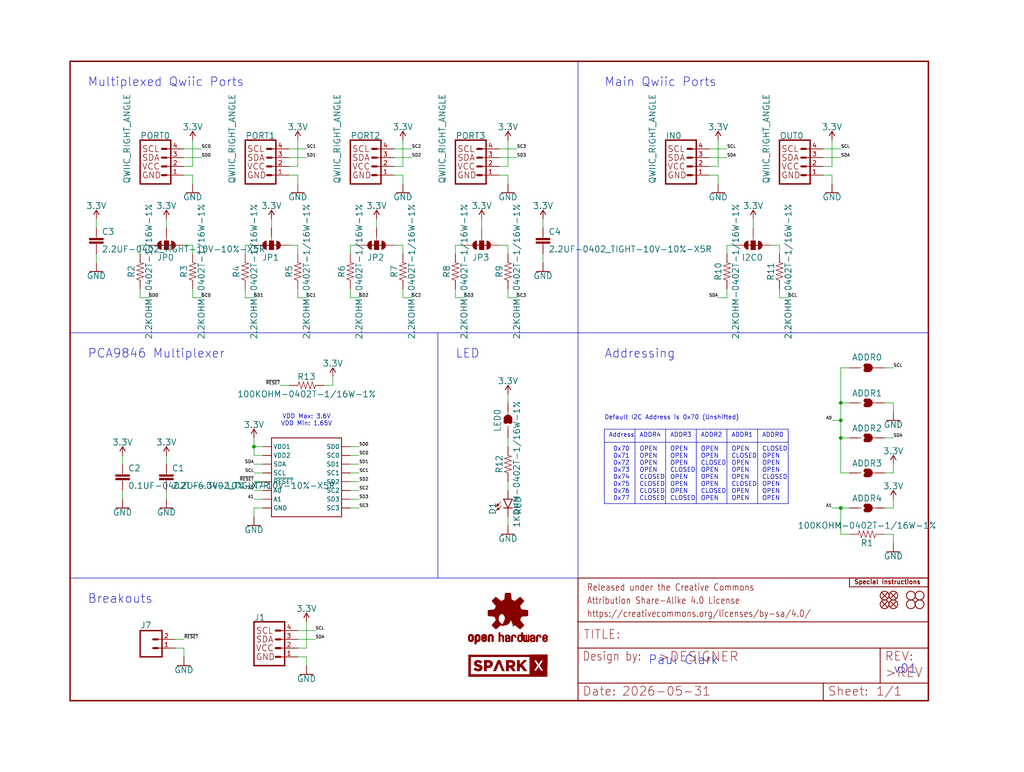
<source format=kicad_sch>
(kicad_sch (version 20230121) (generator eeschema)
  (paper "User" 297.002 223.926)
  (lib_symbols
    (symbol "working-eagle-import:0.1UF-0402T-6.3V-10%-X7R"
      (property "Reference" "C" (at 1.524 2.921 0))
      (symbol "0.1UF-0402T-6.3V-10%-X7R_1_0"
        (pin passive line (at 0 5.08 270) (length 2.54) (name "1") (number "1"))
        (pin passive line (at 0 -2.54 90) (length 2.54) (name "2") (number "2"))
      )
    )
    (symbol "working-eagle-import:100KOHM-0402T-1/16W-1%"
      (property "Reference" "R" (at 0 1.524 0))
      (symbol "100KOHM-0402T-1/16W-1%_1_0"
        (pin passive line (at -5.08 0 0) (length 2.54) (name "1") (number "1"))
        (pin passive line (at 5.08 0 180) (length 2.54) (name "2") (number "2"))
      )
    )
    (symbol "working-eagle-import:1KOHM-0402T-1/16W-1%"
      (property "Reference" "R" (at 0 1.524 0))
      (symbol "1KOHM-0402T-1/16W-1%_1_0"
        (pin passive line (at -5.08 0 0) (length 2.54) (name "1") (number "1"))
        (pin passive line (at 5.08 0 180) (length 2.54) (name "2") (number "2"))
      )
    )
    (symbol "working-eagle-import:2.2KOHM-0402T-1/16W-1%"
      (property "Reference" "R" (at 0 1.524 0))
      (symbol "2.2KOHM-0402T-1/16W-1%_1_0"
        (pin passive line (at -5.08 0 0) (length 2.54) (name "1") (number "1"))
        (pin passive line (at 5.08 0 180) (length 2.54) (name "2") (number "2"))
      )
    )
    (symbol "working-eagle-import:2.2UF-0402_TIGHT-10V-10%-X5R"
      (property "Reference" "C" (at 1.524 2.921 0))
      (symbol "2.2UF-0402_TIGHT-10V-10%-X5R_1_0"
        (pin passive line (at 0 5.08 270) (length 2.54) (name "1") (number "1"))
        (pin passive line (at 0 -2.54 90) (length 2.54) (name "2") (number "2"))
      )
    )
    (symbol "working-eagle-import:3.3V" (power)
      (property "Value" "3.3V" (at 0 2.794 0))
      (symbol "3.3V_1_0"
        (pin power_in line (at 0 0 90) (length 2.54) (name "3.3V") (number "1"))
      )
    )
    (symbol "working-eagle-import:CONN_021X02_NO_SILK"
      (property "Reference" "J" (at -2.54 5.588 0))
      (symbol "CONN_021X02_NO_SILK_1_0"
        (pin passive line (at 7.62 0 180) (length 5.08) (name "1") (number "1"))
        (pin passive line (at 7.62 2.54 180) (length 5.08) (name "2") (number "2"))
      )
    )
    (symbol "working-eagle-import:FIDUCIAL1X2")
    (symbol "working-eagle-import:FRAME-LETTER"
      (symbol "FRAME-LETTER_2_0"
        (text "${#}/${##}" (at 86.36 1.27 0) (effects (font (size 2.54 2.54)) (justify left bottom)))
        (text "${CURRENT_DATE}" (at 12.7 1.27 0) (effects (font (size 2.54 2.54)) (justify left bottom)))
        (text "${PROJECTNAME}" (at 15.494 17.78 0) (effects (font (size 2.7432 2.7432)) (justify left bottom)))
        (text ">DESIGNER" (at 23.114 11.176 0) (effects (font (size 2.7432 2.7432)) (justify left bottom)))
        (text ">REV" (at 88.9 6.604 0) (effects (font (size 2.7432 2.7432)) (justify left bottom)))
        (text "Attribution Share-Alike 4.0 License" (at 2.54 27.94 0) (effects (font (size 1.9304 1.6408)) (justify left bottom)))
        (text "Date:" (at 1.27 1.27 0) (effects (font (size 2.54 2.54)) (justify left bottom)))
        (text "Design by:" (at 1.27 11.43 0) (effects (font (size 2.54 2.159)) (justify left bottom)))
        (text "https://creativecommons.org/licenses/by-sa/4.0/" (at 2.54 24.13 0) (effects (font (size 1.9304 1.6408)) (justify left bottom)))
        (text "Released under the Creative Commons" (at 2.54 31.75 0) (effects (font (size 1.9304 1.6408)) (justify left bottom)))
        (text "REV:" (at 88.9 11.43 0) (effects (font (size 2.54 2.54)) (justify left bottom)))
        (text "Sheet:" (at 72.39 1.27 0) (effects (font (size 2.54 2.54)) (justify left bottom)))
        (text "TITLE:" (at 1.524 17.78 0) (effects (font (size 2.54 2.54)) (justify left bottom)))
      )
    )
    (symbol "working-eagle-import:GND" (power)
      (property "Value" "GND" (at 0 -0.254 0))
      (symbol "GND_1_0"
        (pin power_in line (at 0 2.54 270) (length 2.54) (name "GND") (number "1"))
      )
    )
    (symbol "working-eagle-import:I2C_STANDARD_NO_SILK"
      (property "Reference" "J" (at -5.08 7.874 0))
      (symbol "I2C_STANDARD_NO_SILK_1_0"
        (text "GND" (at -4.572 -2.54 0) (effects (font (size 1.778 1.778)) (justify left)))
        (text "SCL" (at -4.572 5.08 0) (effects (font (size 1.778 1.778)) (justify left)))
        (text "SDA" (at -4.572 2.54 0) (effects (font (size 1.778 1.778)) (justify left)))
        (text "VCC" (at -4.572 0 0) (effects (font (size 1.778 1.778)) (justify left)))
        (pin power_in line (at 7.62 -2.54 180) (length 5.08) (name "1") (number "1"))
        (pin power_in line (at 7.62 0 180) (length 5.08) (name "2") (number "2"))
        (pin passive line (at 7.62 2.54 180) (length 5.08) (name "3") (number "3"))
        (pin passive line (at 7.62 5.08 180) (length 5.08) (name "4") (number "4"))
      )
    )
    (symbol "working-eagle-import:JUMPER-SMT_2_NC_TRACE_SILK"
      (property "Reference" "JP" (at 0 3.048 0))
      (symbol "JUMPER-SMT_2_NC_TRACE_SILK_1_0"
        (pin passive line (at -5.08 0 0) (length 2.54) (name "1") (number "1"))
        (pin passive line (at 5.08 0 180) (length 2.54) (name "2") (number "2"))
      )
    )
    (symbol "working-eagle-import:JUMPER-SMT_2_NO_SILK"
      (property "Reference" "JP" (at 0 2.794 0))
      (symbol "JUMPER-SMT_2_NO_SILK_1_0"
        (pin passive line (at -5.08 0 0) (length 2.54) (name "1") (number "1"))
        (pin passive line (at 5.08 0 180) (length 2.54) (name "2") (number "2"))
      )
    )
    (symbol "working-eagle-import:JUMPER-SMT_3_2-NC_TRACE_SILK"
      (property "Reference" "JP" (at 6.096 1.524 0))
      (symbol "JUMPER-SMT_3_2-NC_TRACE_SILK_1_0"
        (pin passive line (at 0 5.08 270) (length 2.54) (name "1") (number "1"))
        (pin passive line (at -5.08 0 0) (length 2.54) (name "2") (number "2"))
        (pin passive line (at 0 -5.08 90) (length 2.54) (name "3") (number "3"))
      )
    )
    (symbol "working-eagle-import:LED-RED0603"
      (property "Reference" "D" (at -3.429 -4.572 90))
      (symbol "LED-RED0603_1_0"
        (pin passive line (at 0 2.54 270) (length 2.54) (name "A") (number "A"))
        (pin passive line (at 0 -5.08 90) (length 2.54) (name "C") (number "C"))
      )
    )
    (symbol "working-eagle-import:OSHW-LOGOMINI")
    (symbol "working-eagle-import:PCA9846"
      (symbol "PCA9846_1_0"
        (pin power_in line (at -12.7 7.62 0) (length 2.54) (name "VDD1") (number "1"))
        (pin bidirectional line (at 12.7 -5.08 180) (length 2.54) (name "SC2") (number "10"))
        (pin bidirectional line (at 12.7 -7.62 180) (length 2.54) (name "SD3") (number "11"))
        (pin bidirectional line (at 12.7 -10.16 180) (length 2.54) (name "SC3") (number "12"))
        (pin bidirectional line (at -12.7 -7.62 0) (length 2.54) (name "A1") (number "13"))
        (pin bidirectional line (at -12.7 0 0) (length 2.54) (name "SCL") (number "14"))
        (pin bidirectional line (at -12.7 2.54 0) (length 2.54) (name "SDA") (number "15"))
        (pin power_in line (at -12.7 5.08 0) (length 2.54) (name "VDD2") (number "16"))
        (pin bidirectional line (at -12.7 -5.08 0) (length 2.54) (name "A0") (number "2"))
        (pin input line (at -12.7 -2.54 0) (length 2.54) (name "~{RESET}") (number "3"))
        (pin bidirectional line (at 12.7 7.62 180) (length 2.54) (name "SD0") (number "4"))
        (pin bidirectional line (at 12.7 5.08 180) (length 2.54) (name "SC0") (number "5"))
        (pin bidirectional line (at 12.7 2.54 180) (length 2.54) (name "SD1") (number "6"))
        (pin bidirectional line (at 12.7 0 180) (length 2.54) (name "SC1") (number "7"))
        (pin power_in line (at -12.7 -10.16 0) (length 2.54) (name "GND") (number "8"))
        (pin bidirectional line (at 12.7 -2.54 180) (length 2.54) (name "SD2") (number "9"))
      )
    )
    (symbol "working-eagle-import:QWIIC_CONNECTORJS-1MM"
      (property "Reference" "J" (at -5.08 7.874 0))
      (symbol "QWIIC_CONNECTORJS-1MM_1_0"
        (text "GND" (at -4.572 -2.54 0) (effects (font (size 1.778 1.778)) (justify left)))
        (text "SCL" (at -4.572 5.08 0) (effects (font (size 1.778 1.778)) (justify left)))
        (text "SDA" (at -4.572 2.54 0) (effects (font (size 1.778 1.778)) (justify left)))
        (text "VCC" (at -4.572 0 0) (effects (font (size 1.778 1.778)) (justify left)))
        (pin power_in line (at 7.62 -2.54 180) (length 5.08) (name "1") (number "1"))
        (pin power_in line (at 7.62 0 180) (length 5.08) (name "2") (number "2"))
        (pin passive line (at 7.62 2.54 180) (length 5.08) (name "3") (number "3"))
        (pin passive line (at 7.62 5.08 180) (length 5.08) (name "4") (number "4"))
      )
    )
    (symbol "working-eagle-import:SPARKX-LOGO3")
    (symbol "working-eagle-import:SPECIAL_INSTRUCTIONS-ORDERING"
      (symbol "SPECIAL_INSTRUCTIONS-ORDERING_1_0"
        (text "Special Instructions" (at 1.27 0.6985 0) (effects (font (size 1.27 1.27) (thickness 0.254) bold) (justify left bottom)))
      )
    )
    (symbol "working-eagle-import:STAND-OFF")
  )
  (junction (at 243.84 147.32))
  (junction (at 243.84 116.84))
  (junction (at 243.84 121.92))
  (junction (at 73.66 129.54))
  (junction (at 243.84 127))
  (wire (pts (xy 101.6 134.62) (xy 104.14 134.62)) (stroke (width 0.1524)))
  (polyline (pts (xy 127 167.64) (xy 167.64 167.64)) (stroke (width 0.1524) (type solid)))
  (wire (pts (xy 83.82 111.76) (xy 81.28 111.76)) (stroke (width 0.1524)))
  (wire (pts (xy 134.62 71.12) (xy 132.08 71.12)) (stroke (width 0.1524)))
  (wire (pts (xy 243.84 127) (xy 246.38 127)) (stroke (width 0.1524)))
  (wire (pts (xy 109.22 63.5) (xy 109.22 66.04)) (stroke (width 0.1524)))
  (polyline (pts (xy 219.71 124.46) (xy 219.71 146.05)) (stroke (width 0.1524) (type solid)))
  (wire (pts (xy 243.84 106.68) (xy 243.84 116.84)) (stroke (width 0.1524)))
  (wire (pts (xy 78.74 63.5) (xy 78.74 66.04)) (stroke (width 0.1524)))
  (wire (pts (xy 48.26 63.5) (xy 48.26 66.04)) (stroke (width 0.1524)))
  (wire (pts (xy 101.6 144.78) (xy 104.14 144.78)) (stroke (width 0.1524)))
  (wire (pts (xy 226.06 83.82) (xy 226.06 86.36)) (stroke (width 0.1524)))
  (wire (pts (xy 83.82 71.12) (xy 86.36 71.12)) (stroke (width 0.1524)))
  (wire (pts (xy 76.2 139.7) (xy 73.66 139.7)) (stroke (width 0.1524)))
  (polyline (pts (xy 175.26 124.46) (xy 175.26 128.27)) (stroke (width 0.1524) (type solid)))
  (wire (pts (xy 88.9 190.5) (xy 88.9 193.04)) (stroke (width 0.1524)))
  (polyline (pts (xy 184.15 124.46) (xy 184.15 146.05)) (stroke (width 0.1524) (type solid)))
  (wire (pts (xy 53.34 43.18) (xy 58.42 43.18)) (stroke (width 0.1524)))
  (wire (pts (xy 157.48 76.2) (xy 157.48 73.66)) (stroke (width 0.1524)))
  (wire (pts (xy 86.36 182.88) (xy 91.44 182.88)) (stroke (width 0.1524)))
  (wire (pts (xy 86.36 86.36) (xy 88.9 86.36)) (stroke (width 0.1524)))
  (wire (pts (xy 50.8 185.42) (xy 53.34 185.42)) (stroke (width 0.1524)))
  (wire (pts (xy 55.88 50.8) (xy 55.88 53.34)) (stroke (width 0.1524)))
  (wire (pts (xy 76.2 134.62) (xy 73.66 134.62)) (stroke (width 0.1524)))
  (wire (pts (xy 76.2 142.24) (xy 73.66 142.24)) (stroke (width 0.1524)))
  (polyline (pts (xy 201.93 124.46) (xy 210.82 124.46)) (stroke (width 0.1524) (type solid)))
  (wire (pts (xy 226.06 86.36) (xy 228.6 86.36)) (stroke (width 0.1524)))
  (wire (pts (xy 210.82 83.82) (xy 210.82 86.36)) (stroke (width 0.1524)))
  (wire (pts (xy 243.84 121.92) (xy 241.3 121.92)) (stroke (width 0.1524)))
  (wire (pts (xy 101.6 71.12) (xy 101.6 73.66)) (stroke (width 0.1524)))
  (wire (pts (xy 256.54 116.84) (xy 259.08 116.84)) (stroke (width 0.1524)))
  (wire (pts (xy 27.94 66.04) (xy 27.94 63.5)) (stroke (width 0.1524)))
  (polyline (pts (xy 127 96.52) (xy 167.64 96.52)) (stroke (width 0.1524) (type solid)))
  (wire (pts (xy 101.6 142.24) (xy 104.14 142.24)) (stroke (width 0.1524)))
  (wire (pts (xy 116.84 71.12) (xy 116.84 73.66)) (stroke (width 0.1524)))
  (wire (pts (xy 238.76 45.72) (xy 243.84 45.72)) (stroke (width 0.1524)))
  (wire (pts (xy 246.38 137.16) (xy 243.84 137.16)) (stroke (width 0.1524)))
  (wire (pts (xy 35.56 134.62) (xy 35.56 132.08)) (stroke (width 0.1524)))
  (wire (pts (xy 73.66 71.12) (xy 71.12 71.12)) (stroke (width 0.1524)))
  (wire (pts (xy 223.52 71.12) (xy 226.06 71.12)) (stroke (width 0.1524)))
  (wire (pts (xy 83.82 43.18) (xy 88.9 43.18)) (stroke (width 0.1524)))
  (wire (pts (xy 147.32 139.7) (xy 147.32 142.24)) (stroke (width 0.1524)))
  (wire (pts (xy 205.74 50.8) (xy 208.28 50.8)) (stroke (width 0.1524)))
  (wire (pts (xy 238.76 48.26) (xy 241.3 48.26)) (stroke (width 0.1524)))
  (wire (pts (xy 114.3 45.72) (xy 119.38 45.72)) (stroke (width 0.1524)))
  (wire (pts (xy 73.66 147.32) (xy 73.66 149.86)) (stroke (width 0.1524)))
  (wire (pts (xy 243.84 137.16) (xy 243.84 127)) (stroke (width 0.1524)))
  (wire (pts (xy 101.6 86.36) (xy 104.14 86.36)) (stroke (width 0.1524)))
  (wire (pts (xy 144.78 48.26) (xy 147.32 48.26)) (stroke (width 0.1524)))
  (polyline (pts (xy 184.15 124.46) (xy 193.04 124.46)) (stroke (width 0.1524) (type solid)))
  (wire (pts (xy 147.32 83.82) (xy 147.32 86.36)) (stroke (width 0.1524)))
  (wire (pts (xy 53.34 50.8) (xy 55.88 50.8)) (stroke (width 0.1524)))
  (wire (pts (xy 256.54 106.68) (xy 259.08 106.68)) (stroke (width 0.1524)))
  (wire (pts (xy 218.44 63.5) (xy 218.44 66.04)) (stroke (width 0.1524)))
  (wire (pts (xy 101.6 147.32) (xy 104.14 147.32)) (stroke (width 0.1524)))
  (wire (pts (xy 246.38 106.68) (xy 243.84 106.68)) (stroke (width 0.1524)))
  (wire (pts (xy 246.38 154.94) (xy 243.84 154.94)) (stroke (width 0.1524)))
  (wire (pts (xy 40.64 86.36) (xy 43.18 86.36)) (stroke (width 0.1524)))
  (wire (pts (xy 114.3 48.26) (xy 116.84 48.26)) (stroke (width 0.1524)))
  (wire (pts (xy 259.08 116.84) (xy 259.08 119.38)) (stroke (width 0.1524)))
  (polyline (pts (xy 210.82 124.46) (xy 210.82 146.05)) (stroke (width 0.1524) (type solid)))
  (wire (pts (xy 116.84 86.36) (xy 119.38 86.36)) (stroke (width 0.1524)))
  (wire (pts (xy 55.88 86.36) (xy 58.42 86.36)) (stroke (width 0.1524)))
  (wire (pts (xy 76.2 132.08) (xy 73.66 132.08)) (stroke (width 0.1524)))
  (wire (pts (xy 132.08 83.82) (xy 132.08 86.36)) (stroke (width 0.1524)))
  (polyline (pts (xy 20.32 167.64) (xy 127 167.64)) (stroke (width 0.1524) (type solid)))
  (polyline (pts (xy 167.64 96.52) (xy 167.64 167.64)) (stroke (width 0.1524) (type solid)))
  (wire (pts (xy 147.32 71.12) (xy 147.32 73.66)) (stroke (width 0.1524)))
  (wire (pts (xy 144.78 50.8) (xy 147.32 50.8)) (stroke (width 0.1524)))
  (wire (pts (xy 116.84 48.26) (xy 116.84 40.64)) (stroke (width 0.1524)))
  (wire (pts (xy 83.82 45.72) (xy 88.9 45.72)) (stroke (width 0.1524)))
  (wire (pts (xy 53.34 48.26) (xy 55.88 48.26)) (stroke (width 0.1524)))
  (wire (pts (xy 243.84 116.84) (xy 243.84 121.92)) (stroke (width 0.1524)))
  (wire (pts (xy 71.12 83.82) (xy 71.12 86.36)) (stroke (width 0.1524)))
  (wire (pts (xy 86.36 50.8) (xy 86.36 53.34)) (stroke (width 0.1524)))
  (wire (pts (xy 55.88 71.12) (xy 55.88 73.66)) (stroke (width 0.1524)))
  (wire (pts (xy 259.08 147.32) (xy 259.08 144.78)) (stroke (width 0.1524)))
  (polyline (pts (xy 228.6 146.05) (xy 175.26 146.05)) (stroke (width 0.1524) (type solid)))
  (wire (pts (xy 76.2 147.32) (xy 73.66 147.32)) (stroke (width 0.1524)))
  (polyline (pts (xy 193.04 124.46) (xy 193.04 146.05)) (stroke (width 0.1524) (type solid)))
  (wire (pts (xy 208.28 48.26) (xy 208.28 40.64)) (stroke (width 0.1524)))
  (wire (pts (xy 147.32 86.36) (xy 149.86 86.36)) (stroke (width 0.1524)))
  (wire (pts (xy 246.38 116.84) (xy 243.84 116.84)) (stroke (width 0.1524)))
  (wire (pts (xy 132.08 86.36) (xy 134.62 86.36)) (stroke (width 0.1524)))
  (wire (pts (xy 208.28 50.8) (xy 208.28 53.34)) (stroke (width 0.1524)))
  (wire (pts (xy 241.3 48.26) (xy 241.3 40.64)) (stroke (width 0.1524)))
  (polyline (pts (xy 127 96.52) (xy 127 167.64)) (stroke (width 0.1524) (type solid)))
  (polyline (pts (xy 167.64 17.78) (xy 167.64 96.52)) (stroke (width 0.1524) (type solid)))
  (wire (pts (xy 86.36 48.26) (xy 86.36 40.64)) (stroke (width 0.1524)))
  (wire (pts (xy 256.54 137.16) (xy 259.08 137.16)) (stroke (width 0.1524)))
  (wire (pts (xy 147.32 50.8) (xy 147.32 53.34)) (stroke (width 0.1524)))
  (wire (pts (xy 238.76 50.8) (xy 241.3 50.8)) (stroke (width 0.1524)))
  (polyline (pts (xy 193.04 124.46) (xy 201.93 124.46)) (stroke (width 0.1524) (type solid)))
  (wire (pts (xy 259.08 137.16) (xy 259.08 134.62)) (stroke (width 0.1524)))
  (wire (pts (xy 50.8 187.96) (xy 53.34 187.96)) (stroke (width 0.1524)))
  (wire (pts (xy 76.2 129.54) (xy 73.66 129.54)) (stroke (width 0.1524)))
  (wire (pts (xy 147.32 127) (xy 147.32 129.54)) (stroke (width 0.1524)))
  (wire (pts (xy 238.76 43.18) (xy 243.84 43.18)) (stroke (width 0.1524)))
  (polyline (pts (xy 175.26 128.27) (xy 228.6 128.27)) (stroke (width 0.1524) (type solid)))
  (wire (pts (xy 71.12 86.36) (xy 73.66 86.36)) (stroke (width 0.1524)))
  (wire (pts (xy 205.74 45.72) (xy 210.82 45.72)) (stroke (width 0.1524)))
  (wire (pts (xy 76.2 144.78) (xy 73.66 144.78)) (stroke (width 0.1524)))
  (wire (pts (xy 101.6 83.82) (xy 101.6 86.36)) (stroke (width 0.1524)))
  (wire (pts (xy 101.6 137.16) (xy 104.14 137.16)) (stroke (width 0.1524)))
  (wire (pts (xy 256.54 127) (xy 259.08 127)) (stroke (width 0.1524)))
  (wire (pts (xy 96.52 111.76) (xy 96.52 109.22)) (stroke (width 0.1524)))
  (wire (pts (xy 86.36 83.82) (xy 86.36 86.36)) (stroke (width 0.1524)))
  (wire (pts (xy 241.3 50.8) (xy 241.3 53.34)) (stroke (width 0.1524)))
  (wire (pts (xy 259.08 154.94) (xy 259.08 157.48)) (stroke (width 0.1524)))
  (wire (pts (xy 83.82 48.26) (xy 86.36 48.26)) (stroke (width 0.1524)))
  (wire (pts (xy 53.34 45.72) (xy 58.42 45.72)) (stroke (width 0.1524)))
  (wire (pts (xy 210.82 71.12) (xy 210.82 73.66)) (stroke (width 0.1524)))
  (wire (pts (xy 55.88 83.82) (xy 55.88 86.36)) (stroke (width 0.1524)))
  (polyline (pts (xy 219.71 124.46) (xy 228.6 124.46)) (stroke (width 0.1524) (type solid)))
  (wire (pts (xy 205.74 43.18) (xy 210.82 43.18)) (stroke (width 0.1524)))
  (wire (pts (xy 243.84 154.94) (xy 243.84 147.32)) (stroke (width 0.1524)))
  (wire (pts (xy 48.26 144.78) (xy 48.26 142.24)) (stroke (width 0.1524)))
  (wire (pts (xy 210.82 86.36) (xy 208.28 86.36)) (stroke (width 0.1524)))
  (wire (pts (xy 205.74 48.26) (xy 208.28 48.26)) (stroke (width 0.1524)))
  (wire (pts (xy 71.12 71.12) (xy 71.12 73.66)) (stroke (width 0.1524)))
  (wire (pts (xy 139.7 63.5) (xy 139.7 66.04)) (stroke (width 0.1524)))
  (wire (pts (xy 93.98 111.76) (xy 96.52 111.76)) (stroke (width 0.1524)))
  (polyline (pts (xy 167.64 96.52) (xy 269.24 96.52)) (stroke (width 0.1524) (type solid)))
  (wire (pts (xy 147.32 114.3) (xy 147.32 116.84)) (stroke (width 0.1524)))
  (wire (pts (xy 27.94 76.2) (xy 27.94 73.66)) (stroke (width 0.1524)))
  (polyline (pts (xy 228.6 124.46) (xy 228.6 128.27)) (stroke (width 0.1524) (type solid)))
  (polyline (pts (xy 175.26 124.46) (xy 184.15 124.46)) (stroke (width 0.1524) (type solid)))
  (wire (pts (xy 86.36 187.96) (xy 88.9 187.96)) (stroke (width 0.1524)))
  (wire (pts (xy 40.64 71.12) (xy 40.64 73.66)) (stroke (width 0.1524)))
  (wire (pts (xy 147.32 149.86) (xy 147.32 152.4)) (stroke (width 0.1524)))
  (wire (pts (xy 213.36 71.12) (xy 210.82 71.12)) (stroke (width 0.1524)))
  (wire (pts (xy 116.84 83.82) (xy 116.84 86.36)) (stroke (width 0.1524)))
  (wire (pts (xy 53.34 71.12) (xy 55.88 71.12)) (stroke (width 0.1524)))
  (wire (pts (xy 226.06 71.12) (xy 226.06 73.66)) (stroke (width 0.1524)))
  (wire (pts (xy 40.64 83.82) (xy 40.64 86.36)) (stroke (width 0.1524)))
  (wire (pts (xy 256.54 147.32) (xy 259.08 147.32)) (stroke (width 0.1524)))
  (wire (pts (xy 246.38 147.32) (xy 243.84 147.32)) (stroke (width 0.1524)))
  (polyline (pts (xy 210.82 124.46) (xy 219.71 124.46)) (stroke (width 0.1524) (type solid)))
  (wire (pts (xy 101.6 129.54) (xy 104.14 129.54)) (stroke (width 0.1524)))
  (wire (pts (xy 48.26 134.62) (xy 48.26 132.08)) (stroke (width 0.1524)))
  (wire (pts (xy 256.54 154.94) (xy 259.08 154.94)) (stroke (width 0.1524)))
  (wire (pts (xy 144.78 45.72) (xy 149.86 45.72)) (stroke (width 0.1524)))
  (polyline (pts (xy 20.32 96.52) (xy 127 96.52)) (stroke (width 0.1524) (type solid)))
  (wire (pts (xy 73.66 132.08) (xy 73.66 129.54)) (stroke (width 0.1524)))
  (wire (pts (xy 43.18 71.12) (xy 40.64 71.12)) (stroke (width 0.1524)))
  (wire (pts (xy 114.3 43.18) (xy 119.38 43.18)) (stroke (width 0.1524)))
  (wire (pts (xy 147.32 48.26) (xy 147.32 40.64)) (stroke (width 0.1524)))
  (wire (pts (xy 53.34 187.96) (xy 53.34 190.5)) (stroke (width 0.1524)))
  (wire (pts (xy 144.78 71.12) (xy 147.32 71.12)) (stroke (width 0.1524)))
  (wire (pts (xy 132.08 71.12) (xy 132.08 73.66)) (stroke (width 0.1524)))
  (wire (pts (xy 243.84 147.32) (xy 241.3 147.32)) (stroke (width 0.1524)))
  (wire (pts (xy 116.84 50.8) (xy 116.84 53.34)) (stroke (width 0.1524)))
  (wire (pts (xy 114.3 50.8) (xy 116.84 50.8)) (stroke (width 0.1524)))
  (wire (pts (xy 114.3 71.12) (xy 116.84 71.12)) (stroke (width 0.1524)))
  (wire (pts (xy 86.36 71.12) (xy 86.36 73.66)) (stroke (width 0.1524)))
  (wire (pts (xy 101.6 132.08) (xy 104.14 132.08)) (stroke (width 0.1524)))
  (wire (pts (xy 76.2 137.16) (xy 73.66 137.16)) (stroke (width 0.1524)))
  (wire (pts (xy 86.36 185.42) (xy 91.44 185.42)) (stroke (width 0.1524)))
  (wire (pts (xy 243.84 121.92) (xy 243.84 127)) (stroke (width 0.1524)))
  (wire (pts (xy 83.82 50.8) (xy 86.36 50.8)) (stroke (width 0.1524)))
  (polyline (pts (xy 175.26 128.27) (xy 175.26 146.05)) (stroke (width 0.1524) (type solid)))
  (wire (pts (xy 157.48 66.04) (xy 157.48 63.5)) (stroke (width 0.1524)))
  (polyline (pts (xy 228.6 128.27) (xy 228.6 146.05)) (stroke (width 0.1524) (type solid)))
  (polyline (pts (xy 201.93 124.46) (xy 201.93 146.05)) (stroke (width 0.1524) (type solid)))
  (wire (pts (xy 86.36 190.5) (xy 88.9 190.5)) (stroke (width 0.1524)))
  (wire (pts (xy 35.56 142.24) (xy 35.56 144.78)) (stroke (width 0.1524)))
  (wire (pts (xy 73.66 129.54) (xy 73.66 127)) (stroke (width 0.1524)))
  (wire (pts (xy 144.78 43.18) (xy 149.86 43.18)) (stroke (width 0.1524)))
  (wire (pts (xy 88.9 187.96) (xy 88.9 180.34)) (stroke (width 0.1524)))
  (wire (pts (xy 104.14 71.12) (xy 101.6 71.12)) (stroke (width 0.1524)))
  (wire (pts (xy 101.6 139.7) (xy 104.14 139.7)) (stroke (width 0.1524)))
  (wire (pts (xy 55.88 48.26) (xy 55.88 40.64)) (stroke (width 0.1524)))
  (text "PCA9846 Multiplexer" (at 25.4 104.14 0) (effects (font (size 2.54 2.54)) (justify left bottom)))
  (text "Paul Clark" (at 187.96 193.04 0) (effects (font (size 2.54 2.54)) (justify left bottom)))
  (text "Breakouts" (at 25.4 175.26 0) (effects (font (size 2.54 2.54)) (justify left bottom)))
  (text "LED" (at 132.08 104.14 0) (effects (font (size 2.54 2.54)) (justify left bottom)))
  (text "OPEN\nOPEN\nOPEN\nOPEN\nCLOSED\nCLOSED\nCLOSED\nCLOSED" (at 185.42 129.54 0) (effects (font (size 1.27 1.27)) (justify left top)))
  (text "0x70\n0x71\n0x72\n0x73\n0x74\n0x75\n0x76\n0x77" (at 177.8 129.54 0) (effects (font (size 1.27 1.27)) (justify left top)))
  (text "Main Qwiic Ports" (at 175.26 25.4 0) (effects (font (size 2.54 2.54)) (justify left bottom)))
  (text "OPEN\nOPEN\nCLOSED\nOPEN\nOPEN\nOPEN\nCLOSED\nOPEN" (at 203.2 129.54 0) (effects (font (size 1.27 1.27)) (justify left top)))
  (text "ADDR2" (at 203.2 127 0) (effects (font (size 1.27 1.27)) (justify left bottom)))
  (text "Default I2C Address is 0x70 (Unshifted)" (at 175.26 121.92 0) (effects (font (size 1.27 1.27)) (justify left bottom)))
  (text "Addressing" (at 175.26 104.14 0) (effects (font (size 2.54 2.54)) (justify left bottom)))
  (text "OPEN\nCLOSED\nOPEN\nOPEN\nOPEN\nCLOSED\nOPEN\nOPEN" (at 212.09 129.54 0) (effects (font (size 1.27 1.27)) (justify left top)))
  (text "ADDR0" (at 220.98 127 0) (effects (font (size 1.27 1.27)) (justify left bottom)))
  (text "v01" (at 259.08 195.58 0) (effects (font (size 2.54 2.54)) (justify left bottom)))
  (text "Address" (at 176.53 127 0) (effects (font (size 1.27 1.27)) (justify left bottom)))
  (text "ADDR4" (at 185.42 127 0) (effects (font (size 1.27 1.27)) (justify left bottom)))
  (text "CLOSED\nOPEN\nOPEN\nOPEN\nCLOSED\nOPEN\nOPEN\nOPEN" (at 220.98 129.54 0) (effects (font (size 1.27 1.27)) (justify left top)))
  (text "ADDR1" (at 212.09 127 0) (effects (font (size 1.27 1.27)) (justify left bottom)))
  (text "Multiplexed Qwiic Ports" (at 25.4 25.4 0) (effects (font (size 2.54 2.54)) (justify left bottom)))
  (text "ADDR3" (at 194.31 127 0) (effects (font (size 1.27 1.27)) (justify left bottom)))
  (text "VDD Max: 3.6V\nVDD Min: 1.65V" (at 88.9 121.92 0) (effects (font (size 1.27 1.27))))
  (text "OPEN\nOPEN\nOPEN\nCLOSED\nOPEN\nOPEN\nOPEN\nCLOSED" (at 194.31 129.54 0) (effects (font (size 1.27 1.27)) (justify left top)))
  (label "SD1" (at 88.9 45.72 0) (effects (font (size 0.889 0.889))))
  (label "SD3" (at 134.62 86.36 0) (effects (font (size 0.889 0.889))))
  (label "SC2" (at 104.14 142.24 0) (effects (font (size 0.889 0.889))))
  (label "SD3" (at 104.14 144.78 0) (effects (font (size 0.889 0.889))))
  (label "SC1" (at 88.9 43.18 0) (effects (font (size 0.889 0.889))))
  (label "SCL" (at 228.6 86.36 0) (effects (font (size 0.889 0.889))))
  (label "A0" (at 73.66 142.24 180) (effects (font (size 0.889 0.889))))
  (label "SDA" (at 210.82 45.72 0) (effects (font (size 0.889 0.889))))
  (label "SC0" (at 104.14 132.08 0) (effects (font (size 0.889 0.889))))
  (label "SCL" (at 243.84 43.18 0) (effects (font (size 0.889 0.889))))
  (label "SDA" (at 208.28 86.36 180) (effects (font (size 0.889 0.889))))
  (label "SD0" (at 104.14 129.54 0) (effects (font (size 0.889 0.889))))
  (label "SDA" (at 91.44 185.42 0) (effects (font (size 0.889 0.889))))
  (label "~{RESET}" (at 53.34 185.42 0) (effects (font (size 0.889 0.889))))
  (label "SD0" (at 43.18 86.36 0) (effects (font (size 0.889 0.889))))
  (label "SD1" (at 73.66 86.36 0) (effects (font (size 0.889 0.889))))
  (label "SCL" (at 210.82 43.18 0) (effects (font (size 0.889 0.889))))
  (label "SC3" (at 149.86 86.36 0) (effects (font (size 0.889 0.889))))
  (label "~{RESET}" (at 81.28 111.76 180) (effects (font (size 0.889 0.889))))
  (label "SD2" (at 119.38 45.72 0) (effects (font (size 0.889 0.889))))
  (label "SC0" (at 58.42 86.36 0) (effects (font (size 0.889 0.889))))
  (label "SCL" (at 259.08 106.68 0) (effects (font (size 0.889 0.889))))
  (label "A0" (at 241.3 121.92 180) (effects (font (size 0.889 0.889))))
  (label "SD2" (at 104.14 86.36 0) (effects (font (size 0.889 0.889))))
  (label "SC2" (at 119.38 43.18 0) (effects (font (size 0.889 0.889))))
  (label "SC3" (at 149.86 43.18 0) (effects (font (size 0.889 0.889))))
  (label "A1" (at 241.3 147.32 180) (effects (font (size 0.889 0.889))))
  (label "SC3" (at 104.14 147.32 0) (effects (font (size 0.889 0.889))))
  (label "SDA" (at 259.08 127 0) (effects (font (size 0.889 0.889))))
  (label "~{RESET}" (at 73.66 139.7 180) (effects (font (size 0.889 0.889))))
  (label "SDA" (at 73.66 134.62 180) (effects (font (size 0.889 0.889))))
  (label "SCL" (at 73.66 137.16 180) (effects (font (size 0.889 0.889))))
  (label "A1" (at 73.66 144.78 180) (effects (font (size 0.889 0.889))))
  (label "SD1" (at 104.14 134.62 0) (effects (font (size 0.889 0.889))))
  (label "SC0" (at 58.42 43.18 0) (effects (font (size 0.889 0.889))))
  (label "SC1" (at 104.14 137.16 0) (effects (font (size 0.889 0.889))))
  (label "SC2" (at 119.38 86.36 0) (effects (font (size 0.889 0.889))))
  (label "SC1" (at 88.9 86.36 0) (effects (font (size 0.889 0.889))))
  (label "SDA" (at 243.84 45.72 0) (effects (font (size 0.889 0.889))))
  (label "SD0" (at 58.42 45.72 0) (effects (font (size 0.889 0.889))))
  (label "SD3" (at 149.86 45.72 0) (effects (font (size 0.889 0.889))))
  (label "SCL" (at 91.44 182.88 0) (effects (font (size 0.889 0.889))))
  (label "SD2" (at 104.14 139.7 0) (effects (font (size 0.889 0.889))))
  (symbol (lib_id "working-eagle-import:3.3V") (at 96.52 109.22 0) (unit 1)
    (property "Reference" "#SUPPLY21" (effects hide))
    (property "Value" "3.3V" (at 96.52 106.426 0) (effects (font (size 1.778 1.778)) (justify bottom)))
  )
  (symbol (lib_id "working-eagle-import:2.2UF-0402_TIGHT-10V-10%-X5R") (at 157.48 71.12 0) (unit 1)
    (property "Reference" "C4" (at 159.004 68.199 0) (effects (font (size 1.778 1.778)) (justify left bottom)))
    (property "Value" "2.2UF-0402_TIGHT-10V-10%-X5R" (at 159.004 73.279 0) (effects (font (size 1.778 1.778)) (justify left bottom)))
    (property "Footprint" "working:0402-TIGHT" (effects hide))
  )
  (symbol (lib_id "working-eagle-import:JUMPER-SMT_2_NO_SILK") (at 251.46 137.16 0) (unit 1)
    (property "Reference" "ADDR3" (at 251.46 134.366 0) (effects (font (size 1.778 1.778))))
    (property "Value" "JUMPER-SMT_2_NO_SILK" (effects hide))
    (property "Footprint" "working:SMT-JUMPER_2_NO_SILK" (effects hide))
  )
  (symbol (lib_id "working-eagle-import:QWIIC_CONNECTORJS-1MM") (at 76.2 48.26 0) (unit 1)
    (property "Reference" "PORT1" (at 71.12 40.386 0) (effects (font (size 1.778 1.778)) (justify left bottom)))
    (property "Value" "QWIIC_RIGHT_ANGLE" (at 66.294 53.34 90) (effects (font (size 1.778 1.778)) (justify left top)))
    (property "Footprint" "working:JST04_1MM_RA" (effects hide))
  )
  (symbol (lib_id "working-eagle-import:GND") (at 147.32 55.88 0) (unit 1)
    (property "Reference" "#GND5" (effects hide))
    (property "Value" "GND" (at 147.32 56.134 0) (effects (font (size 1.778 1.778)) (justify top)))
  )
  (symbol (lib_id "working-eagle-import:3.3V") (at 27.94 63.5 0) (unit 1)
    (property "Reference" "#SUPPLY18" (effects hide))
    (property "Value" "3.3V" (at 27.94 60.706 0) (effects (font (size 1.778 1.778)) (justify bottom)))
  )
  (symbol (lib_id "working-eagle-import:3.3V") (at 86.36 40.64 0) (unit 1)
    (property "Reference" "#SUPPLY2" (effects hide))
    (property "Value" "3.3V" (at 86.36 37.846 0) (effects (font (size 1.778 1.778)) (justify bottom)))
  )
  (symbol (lib_id "working-eagle-import:3.3V") (at 55.88 40.64 0) (unit 1)
    (property "Reference" "#SUPPLY1" (effects hide))
    (property "Value" "3.3V" (at 55.88 37.846 0) (effects (font (size 1.778 1.778)) (justify bottom)))
  )
  (symbol (lib_id "working-eagle-import:FIDUCIAL1X2") (at 259.08 175.26 0) (unit 1)
    (property "Reference" "FD2" (effects hide))
    (property "Value" "FIDUCIAL1X2" (effects hide))
    (property "Footprint" "working:FIDUCIAL-1X2" (effects hide))
  )
  (symbol (lib_id "working-eagle-import:JUMPER-SMT_2_NO_SILK") (at 251.46 147.32 0) (unit 1)
    (property "Reference" "ADDR4" (at 251.46 144.526 0) (effects (font (size 1.778 1.778))))
    (property "Value" "JUMPER-SMT_2_NO_SILK" (effects hide))
    (property "Footprint" "working:SMT-JUMPER_2_NO_SILK" (effects hide))
  )
  (symbol (lib_id "working-eagle-import:OSHW-LOGOMINI") (at 147.32 177.8 0) (unit 1)
    (property "Reference" "LOGO4" (effects hide))
    (property "Value" "OSHW-LOGOMINI" (effects hide))
    (property "Footprint" "working:OSHW-LOGO-MINI" (effects hide))
  )
  (symbol (lib_id "working-eagle-import:2.2KOHM-0402T-1/16W-1%") (at 116.84 78.74 90) (unit 1)
    (property "Reference" "R7" (at 115.316 78.74 0) (effects (font (size 1.778 1.778)) (justify bottom)))
    (property "Value" "2.2KOHM-0402T-1/16W-1%" (at 118.364 78.74 0) (effects (font (size 1.778 1.778)) (justify top)))
    (property "Footprint" "working:0402-TIGHT" (effects hide))
  )
  (symbol (lib_id "working-eagle-import:100KOHM-0402T-1/16W-1%") (at 251.46 154.94 180) (unit 1)
    (property "Reference" "R1" (at 251.46 156.464 0) (effects (font (size 1.778 1.778)) (justify bottom)))
    (property "Value" "100KOHM-0402T-1/16W-1%" (at 251.46 153.416 0) (effects (font (size 1.778 1.778)) (justify top)))
    (property "Footprint" "working:0402-TIGHT" (effects hide))
  )
  (symbol (lib_id "working-eagle-import:3.3V") (at 35.56 132.08 0) (unit 1)
    (property "Reference" "#SUPPLY9" (effects hide))
    (property "Value" "3.3V" (at 35.56 129.286 0) (effects (font (size 1.778 1.778)) (justify bottom)))
  )
  (symbol (lib_id "working-eagle-import:1KOHM-0402T-1/16W-1%") (at 147.32 134.62 90) (unit 1)
    (property "Reference" "R12" (at 145.796 134.62 0) (effects (font (size 1.778 1.778)) (justify bottom)))
    (property "Value" "1KOHM-0402T-1/16W-1%" (at 148.844 134.62 0) (effects (font (size 1.778 1.778)) (justify top)))
    (property "Footprint" "working:0402-TIGHT" (effects hide))
  )
  (symbol (lib_id "working-eagle-import:0.1UF-0402T-6.3V-10%-X7R") (at 35.56 139.7 0) (unit 1)
    (property "Reference" "C2" (at 37.084 136.779 0) (effects (font (size 1.778 1.778)) (justify left bottom)))
    (property "Value" "0.1UF-0402T-6.3V-10%-X7R" (at 37.084 141.859 0) (effects (font (size 1.778 1.778)) (justify left bottom)))
    (property "Footprint" "working:0402-TIGHT" (effects hide))
  )
  (symbol (lib_id "working-eagle-import:2.2KOHM-0402T-1/16W-1%") (at 40.64 78.74 90) (unit 1)
    (property "Reference" "R2" (at 39.116 78.74 0) (effects (font (size 1.778 1.778)) (justify bottom)))
    (property "Value" "2.2KOHM-0402T-1/16W-1%" (at 42.164 78.74 0) (effects (font (size 1.778 1.778)) (justify top)))
    (property "Footprint" "working:0402-TIGHT" (effects hide))
  )
  (symbol (lib_id "working-eagle-import:JUMPER-SMT_2_NO_SILK") (at 251.46 127 0) (unit 1)
    (property "Reference" "ADDR2" (at 251.46 124.206 0) (effects (font (size 1.778 1.778))))
    (property "Value" "JUMPER-SMT_2_NO_SILK" (effects hide))
    (property "Footprint" "working:SMT-JUMPER_2_NO_SILK" (effects hide))
  )
  (symbol (lib_id "working-eagle-import:GND") (at 48.26 147.32 0) (unit 1)
    (property "Reference" "#GND8" (effects hide))
    (property "Value" "GND" (at 48.26 147.574 0) (effects (font (size 1.778 1.778)) (justify top)))
  )
  (symbol (lib_id "working-eagle-import:3.3V") (at 157.48 63.5 0) (unit 1)
    (property "Reference" "#SUPPLY19" (effects hide))
    (property "Value" "3.3V" (at 157.48 60.706 0) (effects (font (size 1.778 1.778)) (justify bottom)))
  )
  (symbol (lib_id "working-eagle-import:GND") (at 86.36 55.88 0) (unit 1)
    (property "Reference" "#GND3" (effects hide))
    (property "Value" "GND" (at 86.36 56.134 0) (effects (font (size 1.778 1.778)) (justify top)))
  )
  (symbol (lib_id "working-eagle-import:3.3V") (at 208.28 40.64 0) (unit 1)
    (property "Reference" "#SUPPLY5" (effects hide))
    (property "Value" "3.3V" (at 208.28 37.846 0) (effects (font (size 1.778 1.778)) (justify bottom)))
  )
  (symbol (lib_id "working-eagle-import:3.3V") (at 139.7 63.5 0) (unit 1)
    (property "Reference" "#SUPPLY16" (effects hide))
    (property "Value" "3.3V" (at 139.7 60.706 0) (effects (font (size 1.778 1.778)) (justify bottom)))
  )
  (symbol (lib_id "working-eagle-import:JUMPER-SMT_2_NC_TRACE_SILK") (at 147.32 121.92 90) (unit 1)
    (property "Reference" "LED0" (at 144.272 121.92 0) (effects (font (size 1.778 1.778))))
    (property "Value" "JUMPER-SMT_2_NC_TRACE_SILK" (effects hide))
    (property "Footprint" "working:SMT-JUMPER_2_NC_TRACE_SILK" (effects hide))
  )
  (symbol (lib_id "working-eagle-import:FIDUCIAL1X2") (at 256.54 172.72 0) (unit 1)
    (property "Reference" "FD4" (effects hide))
    (property "Value" "FIDUCIAL1X2" (effects hide))
    (property "Footprint" "working:FIDUCIAL-1X2" (effects hide))
  )
  (symbol (lib_id "working-eagle-import:QWIIC_CONNECTORJS-1MM") (at 106.68 48.26 0) (unit 1)
    (property "Reference" "PORT2" (at 101.6 40.386 0) (effects (font (size 1.778 1.778)) (justify left bottom)))
    (property "Value" "QWIIC_RIGHT_ANGLE" (at 96.774 53.34 90) (effects (font (size 1.778 1.778)) (justify left top)))
    (property "Footprint" "working:JST04_1MM_RA" (effects hide))
  )
  (symbol (lib_id "working-eagle-import:JUMPER-SMT_3_2-NC_TRACE_SILK") (at 78.74 71.12 270) (unit 1)
    (property "Reference" "JP1" (at 78.486 74.676 90) (effects (font (size 1.778 1.778))))
    (property "Value" "JUMPER-SMT_3_2-NC_TRACE_SILK" (effects hide))
    (property "Footprint" "working:SMT-JUMPER_3_2-NC_TRACE_SILK" (effects hide))
  )
  (symbol (lib_id "working-eagle-import:2.2UF-0402_TIGHT-10V-10%-X5R") (at 48.26 139.7 0) (unit 1)
    (property "Reference" "C1" (at 49.784 136.779 0) (effects (font (size 1.778 1.778)) (justify left bottom)))
    (property "Value" "2.2UF-0402_TIGHT-10V-10%-X5R" (at 49.784 141.859 0) (effects (font (size 1.778 1.778)) (justify left bottom)))
    (property "Footprint" "working:0402-TIGHT" (effects hide))
  )
  (symbol (lib_id "working-eagle-import:SPARKX-LOGO3") (at 147.32 193.04 0) (unit 1)
    (property "Reference" "U$1" (effects hide))
    (property "Value" "SPARKX-LOGO3" (effects hide))
    (property "Footprint" "working:SPARKX-SMALL" (effects hide))
  )
  (symbol (lib_id "working-eagle-import:JUMPER-SMT_2_NO_SILK") (at 251.46 116.84 0) (unit 1)
    (property "Reference" "ADDR1" (at 251.46 114.046 0) (effects (font (size 1.778 1.778))))
    (property "Value" "JUMPER-SMT_2_NO_SILK" (effects hide))
    (property "Footprint" "working:SMT-JUMPER_2_NO_SILK" (effects hide))
  )
  (symbol (lib_id "working-eagle-import:GND") (at 88.9 195.58 0) (unit 1)
    (property "Reference" "#GND12" (effects hide))
    (property "Value" "GND" (at 88.9 195.834 0) (effects (font (size 1.778 1.778)) (justify top)))
  )
  (symbol (lib_id "working-eagle-import:3.3V") (at 147.32 40.64 0) (unit 1)
    (property "Reference" "#SUPPLY4" (effects hide))
    (property "Value" "3.3V" (at 147.32 37.846 0) (effects (font (size 1.778 1.778)) (justify bottom)))
  )
  (symbol (lib_id "working-eagle-import:STAND-OFF") (at 264.16 172.72 0) (unit 1)
    (property "Reference" "H4" (effects hide))
    (property "Value" "STAND-OFF" (effects hide))
    (property "Footprint" "working:STAND-OFF" (effects hide))
  )
  (symbol (lib_id "working-eagle-import:2.2KOHM-0402T-1/16W-1%") (at 147.32 78.74 90) (unit 1)
    (property "Reference" "R9" (at 145.796 78.74 0) (effects (font (size 1.778 1.778)) (justify bottom)))
    (property "Value" "2.2KOHM-0402T-1/16W-1%" (at 148.844 78.74 0) (effects (font (size 1.778 1.778)) (justify top)))
    (property "Footprint" "working:0402-TIGHT" (effects hide))
  )
  (symbol (lib_id "working-eagle-import:FRAME-LETTER") (at 20.32 203.2 0) (unit 1)
    (property "Reference" "FRAME1" (effects hide))
    (property "Value" "FRAME-LETTER" (effects hide))
    (property "Footprint" "working:CREATIVE_COMMONS" (effects hide))
  )
  (symbol (lib_id "working-eagle-import:3.3V") (at 48.26 63.5 0) (unit 1)
    (property "Reference" "#SUPPLY13" (effects hide))
    (property "Value" "3.3V" (at 48.26 60.706 0) (effects (font (size 1.778 1.778)) (justify bottom)))
  )
  (symbol (lib_id "working-eagle-import:JUMPER-SMT_3_2-NC_TRACE_SILK") (at 48.26 71.12 270) (unit 1)
    (property "Reference" "JP0" (at 48.006 74.676 90) (effects (font (size 1.778 1.778))))
    (property "Value" "JUMPER-SMT_3_2-NC_TRACE_SILK" (effects hide))
    (property "Footprint" "working:SMT-JUMPER_3_2-NC_TRACE_SILK" (effects hide))
  )
  (symbol (lib_id "working-eagle-import:2.2KOHM-0402T-1/16W-1%") (at 55.88 78.74 90) (unit 1)
    (property "Reference" "R3" (at 54.356 78.74 0) (effects (font (size 1.778 1.778)) (justify bottom)))
    (property "Value" "2.2KOHM-0402T-1/16W-1%" (at 57.404 78.74 0) (effects (font (size 1.778 1.778)) (justify top)))
    (property "Footprint" "working:0402-TIGHT" (effects hide))
  )
  (symbol (lib_id "working-eagle-import:GND") (at 241.3 55.88 0) (unit 1)
    (property "Reference" "#GND7" (effects hide))
    (property "Value" "GND" (at 241.3 56.134 0) (effects (font (size 1.778 1.778)) (justify top)))
  )
  (symbol (lib_id "working-eagle-import:FRAME-LETTER") (at 167.64 203.2 0) (unit 2)
    (property "Reference" "FRAME1" (effects hide))
    (property "Value" "FRAME-LETTER" (effects hide))
    (property "Footprint" "working:CREATIVE_COMMONS" (effects hide))
  )
  (symbol (lib_id "working-eagle-import:2.2KOHM-0402T-1/16W-1%") (at 132.08 78.74 90) (unit 1)
    (property "Reference" "R8" (at 130.556 78.74 0) (effects (font (size 1.778 1.778)) (justify bottom)))
    (property "Value" "2.2KOHM-0402T-1/16W-1%" (at 133.604 78.74 0) (effects (font (size 1.778 1.778)) (justify top)))
    (property "Footprint" "working:0402-TIGHT" (effects hide))
  )
  (symbol (lib_id "working-eagle-import:JUMPER-SMT_3_2-NC_TRACE_SILK") (at 218.44 71.12 270) (unit 1)
    (property "Reference" "I2C0" (at 218.186 74.676 90) (effects (font (size 1.778 1.778))))
    (property "Value" "JUMPER-SMT_3_2-NC_TRACE_SILK" (effects hide))
    (property "Footprint" "working:SMT-JUMPER_3_2-NC_TRACE_SILK" (effects hide))
  )
  (symbol (lib_id "working-eagle-import:LED-RED0603") (at 147.32 144.78 0) (unit 1)
    (property "Reference" "D1" (at 143.891 149.352 90) (effects (font (size 1.778 1.778)) (justify left bottom)))
    (property "Value" "RED" (at 149.225 149.352 90) (effects (font (size 1.778 1.778)) (justify left top)))
    (property "Footprint" "working:LED-0603" (effects hide))
  )
  (symbol (lib_id "working-eagle-import:STAND-OFF") (at 266.7 172.72 0) (unit 1)
    (property "Reference" "H1" (effects hide))
    (property "Value" "STAND-OFF" (effects hide))
    (property "Footprint" "working:STAND-OFF" (effects hide))
  )
  (symbol (lib_id "working-eagle-import:QWIIC_CONNECTORJS-1MM") (at 137.16 48.26 0) (unit 1)
    (property "Reference" "PORT3" (at 132.08 40.386 0) (effects (font (size 1.778 1.778)) (justify left bottom)))
    (property "Value" "QWIIC_RIGHT_ANGLE" (at 127.254 53.34 90) (effects (font (size 1.778 1.778)) (justify left top)))
    (property "Footprint" "working:JST04_1MM_RA" (effects hide))
  )
  (symbol (lib_id "working-eagle-import:QWIIC_CONNECTORJS-1MM") (at 45.72 48.26 0) (unit 1)
    (property "Reference" "PORT0" (at 40.64 40.386 0) (effects (font (size 1.778 1.778)) (justify left bottom)))
    (property "Value" "QWIIC_RIGHT_ANGLE" (at 35.814 53.34 90) (effects (font (size 1.778 1.778)) (justify left top)))
    (property "Footprint" "working:JST04_1MM_RA" (effects hide))
  )
  (symbol (lib_id "working-eagle-import:CONN_021X02_NO_SILK") (at 43.18 187.96 0) (unit 1)
    (property "Reference" "J7" (at 40.64 182.372 0) (effects (font (size 1.778 1.778)) (justify left bottom)))
    (property "Value" "CONN_021X02_NO_SILK" (effects hide))
    (property "Footprint" "working:1X02_NO_SILK" (effects hide))
  )
  (symbol (lib_id "working-eagle-import:3.3V") (at 73.66 127 0) (unit 1)
    (property "Reference" "#SUPPLY7" (effects hide))
    (property "Value" "3.3V" (at 73.66 124.206 0) (effects (font (size 1.778 1.778)) (justify bottom)))
  )
  (symbol (lib_id "working-eagle-import:GND") (at 116.84 55.88 0) (unit 1)
    (property "Reference" "#GND4" (effects hide))
    (property "Value" "GND" (at 116.84 56.134 0) (effects (font (size 1.778 1.778)) (justify top)))
  )
  (symbol (lib_id "working-eagle-import:3.3V") (at 109.22 63.5 0) (unit 1)
    (property "Reference" "#SUPPLY15" (effects hide))
    (property "Value" "3.3V" (at 109.22 60.706 0) (effects (font (size 1.778 1.778)) (justify bottom)))
  )
  (symbol (lib_id "working-eagle-import:3.3V") (at 241.3 40.64 0) (unit 1)
    (property "Reference" "#SUPPLY6" (effects hide))
    (property "Value" "3.3V" (at 241.3 37.846 0) (effects (font (size 1.778 1.778)) (justify bottom)))
  )
  (symbol (lib_id "working-eagle-import:3.3V") (at 259.08 134.62 0) (unit 1)
    (property "Reference" "#SUPPLY10" (effects hide))
    (property "Value" "3.3V" (at 259.08 131.826 0) (effects (font (size 1.778 1.778)) (justify bottom)))
  )
  (symbol (lib_id "working-eagle-import:STAND-OFF") (at 264.16 175.26 0) (unit 1)
    (property "Reference" "H3" (effects hide))
    (property "Value" "STAND-OFF" (effects hide))
    (property "Footprint" "working:STAND-OFF" (effects hide))
  )
  (symbol (lib_id "working-eagle-import:STAND-OFF") (at 266.7 175.26 0) (unit 1)
    (property "Reference" "H2" (effects hide))
    (property "Value" "STAND-OFF" (effects hide))
    (property "Footprint" "working:STAND-OFF" (effects hide))
  )
  (symbol (lib_id "working-eagle-import:GND") (at 147.32 154.94 0) (unit 1)
    (property "Reference" "#GND16" (effects hide))
    (property "Value" "GND" (at 147.32 155.194 0) (effects (font (size 1.778 1.778)) (justify top)))
  )
  (symbol (lib_id "working-eagle-import:FIDUCIAL1X2") (at 256.54 175.26 0) (unit 1)
    (property "Reference" "FD3" (effects hide))
    (property "Value" "FIDUCIAL1X2" (effects hide))
    (property "Footprint" "working:FIDUCIAL-1X2" (effects hide))
  )
  (symbol (lib_id "working-eagle-import:3.3V") (at 259.08 144.78 0) (unit 1)
    (property "Reference" "#SUPPLY11" (effects hide))
    (property "Value" "3.3V" (at 259.08 141.986 0) (effects (font (size 1.778 1.778)) (justify bottom)))
  )
  (symbol (lib_id "working-eagle-import:SPECIAL_INSTRUCTIONS-ORDERING") (at 246.38 170.18 0) (unit 1)
    (property "Reference" "LOGO1" (effects hide))
    (property "Value" "SPECIAL_INSTRUCTIONS-ORDERING" (effects hide))
    (property "Footprint" "working:ORDERING_INSTRUCTIONS" (effects hide))
  )
  (symbol (lib_id "working-eagle-import:3.3V") (at 218.44 63.5 0) (unit 1)
    (property "Reference" "#SUPPLY17" (effects hide))
    (property "Value" "3.3V" (at 218.44 60.706 0) (effects (font (size 1.778 1.778)) (justify bottom)))
  )
  (symbol (lib_id "working-eagle-import:FIDUCIAL1X2") (at 259.08 172.72 0) (unit 1)
    (property "Reference" "FD1" (effects hide))
    (property "Value" "FIDUCIAL1X2" (effects hide))
    (property "Footprint" "working:FIDUCIAL-1X2" (effects hide))
  )
  (symbol (lib_id "working-eagle-import:GND") (at 157.48 78.74 0) (unit 1)
    (property "Reference" "#GND15" (effects hide))
    (property "Value" "GND" (at 157.48 78.994 0) (effects (font (size 1.778 1.778)) (justify top)))
  )
  (symbol (lib_id "working-eagle-import:QWIIC_CONNECTORJS-1MM") (at 231.14 48.26 0) (unit 1)
    (property "Reference" "OUT0" (at 226.06 40.386 0) (effects (font (size 1.778 1.778)) (justify left bottom)))
    (property "Value" "QWIIC_RIGHT_ANGLE" (at 221.234 53.34 90) (effects (font (size 1.778 1.778)) (justify left top)))
    (property "Footprint" "working:JST04_1MM_RA" (effects hide))
  )
  (symbol (lib_id "working-eagle-import:GND") (at 35.56 147.32 0) (unit 1)
    (property "Reference" "#GND9" (effects hide))
    (property "Value" "GND" (at 35.56 147.574 0) (effects (font (size 1.778 1.778)) (justify top)))
  )
  (symbol (lib_id "working-eagle-import:JUMPER-SMT_3_2-NC_TRACE_SILK") (at 139.7 71.12 270) (unit 1)
    (property "Reference" "JP3" (at 139.446 74.676 90) (effects (font (size 1.778 1.778))))
    (property "Value" "JUMPER-SMT_3_2-NC_TRACE_SILK" (effects hide))
    (property "Footprint" "working:SMT-JUMPER_3_2-NC_TRACE_SILK" (effects hide))
  )
  (symbol (lib_id "working-eagle-import:GND") (at 259.08 121.92 0) (unit 1)
    (property "Reference" "#GND11" (effects hide))
    (property "Value" "GND" (at 259.08 122.174 0) (effects (font (size 1.778 1.778)) (justify top)))
  )
  (symbol (lib_id "working-eagle-import:PCA9846") (at 88.9 137.16 0) (unit 1)
    (property "Reference" "U1" (effects hide))
    (property "Value" "PCA9846" (effects hide))
    (property "Footprint" "working:SOT403-1" (effects hide))
  )
  (symbol (lib_id "working-eagle-import:3.3V") (at 116.84 40.64 0) (unit 1)
    (property "Reference" "#SUPPLY3" (effects hide))
    (property "Value" "3.3V" (at 116.84 37.846 0) (effects (font (size 1.778 1.778)) (justify bottom)))
  )
  (symbol (lib_id "working-eagle-import:100KOHM-0402T-1/16W-1%") (at 88.9 111.76 0) (unit 1)
    (property "Reference" "R13" (at 88.9 110.236 0) (effects (font (size 1.778 1.778)) (justify bottom)))
    (property "Value" "100KOHM-0402T-1/16W-1%" (at 88.9 113.284 0) (effects (font (size 1.778 1.778)) (justify top)))
    (property "Footprint" "working:0402-TIGHT" (effects hide))
  )
  (symbol (lib_id "working-eagle-import:GND") (at 259.08 160.02 0) (unit 1)
    (property "Reference" "#GND10" (effects hide))
    (property "Value" "GND" (at 259.08 160.274 0) (effects (font (size 1.778 1.778)) (justify top)))
  )
  (symbol (lib_id "working-eagle-import:JUMPER-SMT_3_2-NC_TRACE_SILK") (at 109.22 71.12 270) (unit 1)
    (property "Reference" "JP2" (at 108.966 74.676 90) (effects (font (size 1.778 1.778))))
    (property "Value" "JUMPER-SMT_3_2-NC_TRACE_SILK" (effects hide))
    (property "Footprint" "working:SMT-JUMPER_3_2-NC_TRACE_SILK" (effects hide))
  )
  (symbol (lib_id "working-eagle-import:3.3V") (at 48.26 132.08 0) (unit 1)
    (property "Reference" "#SUPPLY8" (effects hide))
    (property "Value" "3.3V" (at 48.26 129.286 0) (effects (font (size 1.778 1.778)) (justify bottom)))
  )
  (symbol (lib_id "working-eagle-import:GND") (at 55.88 55.88 0) (unit 1)
    (property "Reference" "#GND2" (effects hide))
    (property "Value" "GND" (at 55.88 56.134 0) (effects (font (size 1.778 1.778)) (justify top)))
  )
  (symbol (lib_id "working-eagle-import:I2C_STANDARD_NO_SILK") (at 78.74 187.96 0) (unit 1)
    (property "Reference" "J1" (at 73.66 180.086 0) (effects (font (size 1.778 1.778)) (justify left bottom)))
    (property "Value" "I2C_STANDARD_NO_SILK" (effects hide))
    (property "Footprint" "working:1X04_NO_SILK" (effects hide))
  )
  (symbol (lib_id "working-eagle-import:2.2KOHM-0402T-1/16W-1%") (at 226.06 78.74 90) (unit 1)
    (property "Reference" "R11" (at 224.536 78.74 0) (effects (font (size 1.778 1.778)) (justify bottom)))
    (property "Value" "2.2KOHM-0402T-1/16W-1%" (at 227.584 78.74 0) (effects (font (size 1.778 1.778)) (justify top)))
    (property "Footprint" "working:0402-TIGHT" (effects hide))
  )
  (symbol (lib_id "working-eagle-import:GND") (at 73.66 152.4 0) (unit 1)
    (property "Reference" "#GND1" (effects hide))
    (property "Value" "GND" (at 73.66 152.654 0) (effects (font (size 1.778 1.778)) (justify top)))
  )
  (symbol (lib_id "working-eagle-import:GND") (at 27.94 78.74 0) (unit 1)
    (property "Reference" "#GND14" (effects hide))
    (property "Value" "GND" (at 27.94 78.994 0) (effects (font (size 1.778 1.778)) (justify top)))
  )
  (symbol (lib_id "working-eagle-import:GND") (at 53.34 193.04 0) (unit 1)
    (property "Reference" "#GND13" (effects hide))
    (property "Value" "GND" (at 53.34 193.294 0) (effects (font (size 1.778 1.778)) (justify top)))
  )
  (symbol (lib_id "working-eagle-import:3.3V") (at 78.74 63.5 0) (unit 1)
    (property "Reference" "#SUPPLY14" (effects hide))
    (property "Value" "3.3V" (at 78.74 60.706 0) (effects (font (size 1.778 1.778)) (justify bottom)))
  )
  (symbol (lib_id "working-eagle-import:2.2KOHM-0402T-1/16W-1%") (at 101.6 78.74 90) (unit 1)
    (property "Reference" "R6" (at 100.076 78.74 0) (effects (font (size 1.778 1.778)) (justify bottom)))
    (property "Value" "2.2KOHM-0402T-1/16W-1%" (at 103.124 78.74 0) (effects (font (size 1.778 1.778)) (justify top)))
    (property "Footprint" "working:0402-TIGHT" (effects hide))
  )
  (symbol (lib_id "working-eagle-import:3.3V") (at 147.32 114.3 0) (unit 1)
    (property "Reference" "#SUPPLY20" (effects hide))
    (property "Value" "3.3V" (at 147.32 111.506 0) (effects (font (size 1.778 1.778)) (justify bottom)))
  )
  (symbol (lib_id "working-eagle-import:3.3V") (at 88.9 180.34 0) (unit 1)
    (property "Reference" "#SUPPLY12" (effects hide))
    (property "Value" "3.3V" (at 88.9 177.546 0) (effects (font (size 1.778 1.778)) (justify bottom)))
  )
  (symbol (lib_id "working-eagle-import:2.2UF-0402_TIGHT-10V-10%-X5R") (at 27.94 71.12 0) (unit 1)
    (property "Reference" "C3" (at 29.464 68.199 0) (effects (font (size 1.778 1.778)) (justify left bottom)))
    (property "Value" "2.2UF-0402_TIGHT-10V-10%-X5R" (at 29.464 73.279 0) (effects (font (size 1.778 1.778)) (justify left bottom)))
    (property "Footprint" "working:0402-TIGHT" (effects hide))
  )
  (symbol (lib_id "working-eagle-import:JUMPER-SMT_2_NC_TRACE_SILK") (at 251.46 106.68 0) (unit 1)
    (property "Reference" "ADDR0" (at 251.46 103.632 0) (effects (font (size 1.778 1.778))))
    (property "Value" "JUMPER-SMT_2_NC_TRACE_SILK" (effects hide))
    (property "Footprint" "working:SMT-JUMPER_2_NC_TRACE_SILK" (effects hide))
  )
  (symbol (lib_id "working-eagle-import:2.2KOHM-0402T-1/16W-1%") (at 86.36 78.74 90) (unit 1)
    (property "Reference" "R5" (at 84.836 78.74 0) (effects (font (size 1.778 1.778)) (justify bottom)))
    (property "Value" "2.2KOHM-0402T-1/16W-1%" (at 87.884 78.74 0) (effects (font (size 1.778 1.778)) (justify top)))
    (property "Footprint" "working:0402-TIGHT" (effects hide))
  )
  (symbol (lib_id "working-eagle-import:2.2KOHM-0402T-1/16W-1%") (at 210.82 78.74 90) (unit 1)
    (property "Reference" "R10" (at 209.296 78.74 0) (effects (font (size 1.778 1.778)) (justify bottom)))
    (property "Value" "2.2KOHM-0402T-1/16W-1%" (at 212.344 78.74 0) (effects (font (size 1.778 1.778)) (justify top)))
    (property "Footprint" "working:0402-TIGHT" (effects hide))
  )
  (symbol (lib_id "working-eagle-import:GND") (at 208.28 55.88 0) (unit 1)
    (property "Reference" "#GND6" (effects hide))
    (property "Value" "GND" (at 208.28 56.134 0) (effects (font (size 1.778 1.778)) (justify top)))
  )
  (symbol (lib_id "working-eagle-import:QWIIC_CONNECTORJS-1MM") (at 198.12 48.26 0) (unit 1)
    (property "Reference" "IN0" (at 193.04 40.386 0) (effects (font (size 1.778 1.778)) (justify left bottom)))
    (property "Value" "QWIIC_RIGHT_ANGLE" (at 188.214 53.34 90) (effects (font (size 1.778 1.778)) (justify left top)))
    (property "Footprint" "working:JST04_1MM_RA" (effects hide))
  )
  (symbol (lib_id "working-eagle-import:2.2KOHM-0402T-1/16W-1%") (at 71.12 78.74 90) (unit 1)
    (property "Reference" "R4" (at 69.596 78.74 0) (effects (font (size 1.778 1.778)) (justify bottom)))
    (property "Value" "2.2KOHM-0402T-1/16W-1%" (at 72.644 78.74 0) (effects (font (size 1.778 1.778)) (justify top)))
    (property "Footprint" "working:0402-TIGHT" (effects hide))
  )
)
</source>
